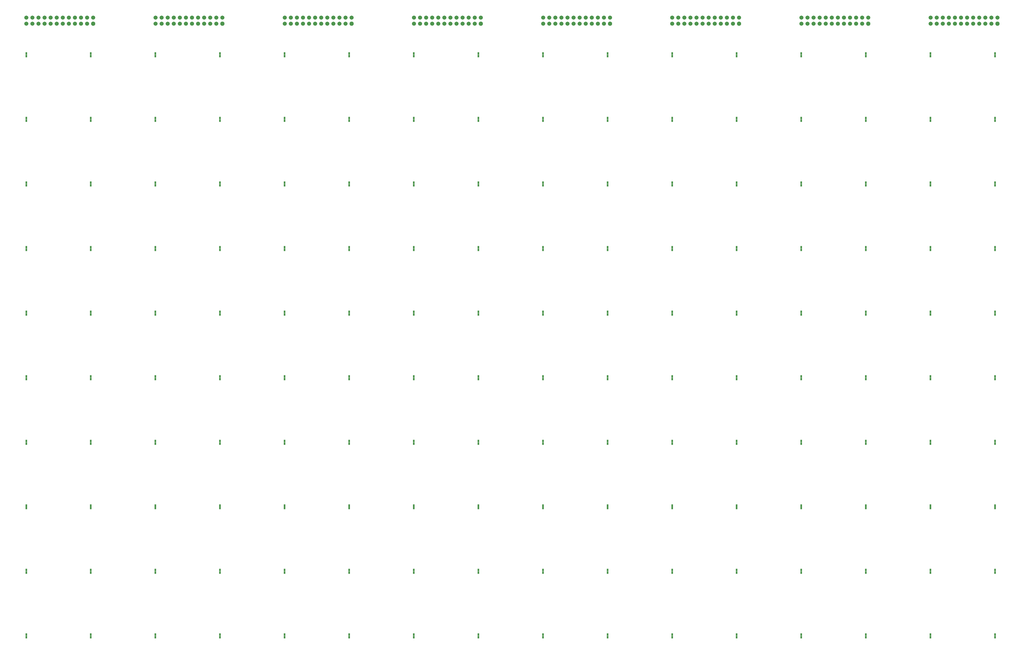
<source format=gbs>
G04 Layer_Color=16711935*
%FSLAX25Y25*%
%MOIN*%
G70*
G01*
G75*
%ADD22R,0.02926X0.03911*%
%ADD23C,0.06706*%
%ADD24P,0.07258X8X202.5*%
D22*
X53098Y1047854D02*
D03*
Y1052146D02*
D03*
X53100Y941555D02*
D03*
Y945847D02*
D03*
Y835256D02*
D03*
Y839548D02*
D03*
Y728957D02*
D03*
Y733248D02*
D03*
Y622657D02*
D03*
Y626949D02*
D03*
Y516358D02*
D03*
Y520650D02*
D03*
Y410059D02*
D03*
Y414351D02*
D03*
Y303760D02*
D03*
Y308051D02*
D03*
Y197460D02*
D03*
Y201752D02*
D03*
Y91161D02*
D03*
Y95453D02*
D03*
X159399Y91161D02*
D03*
Y95453D02*
D03*
Y197460D02*
D03*
Y201752D02*
D03*
Y303760D02*
D03*
Y308051D02*
D03*
Y410059D02*
D03*
Y414351D02*
D03*
Y516358D02*
D03*
Y520650D02*
D03*
Y622657D02*
D03*
Y626949D02*
D03*
Y728957D02*
D03*
Y733248D02*
D03*
Y835256D02*
D03*
Y839548D02*
D03*
Y941555D02*
D03*
Y945847D02*
D03*
Y1047854D02*
D03*
Y1052146D02*
D03*
X265698Y91161D02*
D03*
Y95453D02*
D03*
Y197460D02*
D03*
Y201752D02*
D03*
Y303760D02*
D03*
Y308051D02*
D03*
Y410059D02*
D03*
Y414351D02*
D03*
Y516358D02*
D03*
Y520650D02*
D03*
Y622657D02*
D03*
Y626949D02*
D03*
Y728957D02*
D03*
Y733248D02*
D03*
Y835256D02*
D03*
Y839548D02*
D03*
Y941555D02*
D03*
Y945847D02*
D03*
Y1047854D02*
D03*
Y1052146D02*
D03*
X371998Y91161D02*
D03*
Y95453D02*
D03*
Y197460D02*
D03*
Y201752D02*
D03*
Y303760D02*
D03*
Y308051D02*
D03*
Y410059D02*
D03*
Y414351D02*
D03*
Y516358D02*
D03*
Y520650D02*
D03*
Y622657D02*
D03*
Y626949D02*
D03*
Y728957D02*
D03*
Y733248D02*
D03*
Y835256D02*
D03*
Y839548D02*
D03*
Y941555D02*
D03*
Y945847D02*
D03*
Y1047854D02*
D03*
Y1052146D02*
D03*
X478297Y91161D02*
D03*
Y95453D02*
D03*
Y197460D02*
D03*
Y201752D02*
D03*
Y303760D02*
D03*
Y308051D02*
D03*
Y410059D02*
D03*
Y414351D02*
D03*
Y516358D02*
D03*
Y520650D02*
D03*
Y622657D02*
D03*
Y626949D02*
D03*
Y728957D02*
D03*
Y733248D02*
D03*
Y835256D02*
D03*
Y839548D02*
D03*
Y941555D02*
D03*
Y945847D02*
D03*
Y1047854D02*
D03*
Y1052146D02*
D03*
X584596Y91161D02*
D03*
Y95453D02*
D03*
Y197460D02*
D03*
Y201752D02*
D03*
Y303760D02*
D03*
Y308051D02*
D03*
Y410059D02*
D03*
Y414351D02*
D03*
Y516358D02*
D03*
Y520650D02*
D03*
Y622657D02*
D03*
Y626949D02*
D03*
Y728957D02*
D03*
Y733248D02*
D03*
Y835256D02*
D03*
Y839548D02*
D03*
Y941555D02*
D03*
Y945847D02*
D03*
Y1047854D02*
D03*
Y1052146D02*
D03*
X690895Y91161D02*
D03*
Y95453D02*
D03*
Y197460D02*
D03*
Y201752D02*
D03*
Y303760D02*
D03*
Y308051D02*
D03*
Y410059D02*
D03*
Y414351D02*
D03*
Y516358D02*
D03*
Y520650D02*
D03*
Y622657D02*
D03*
Y626949D02*
D03*
Y728957D02*
D03*
Y733248D02*
D03*
Y835256D02*
D03*
Y839548D02*
D03*
Y941555D02*
D03*
Y945847D02*
D03*
Y1047854D02*
D03*
Y1052146D02*
D03*
X797194Y91161D02*
D03*
Y95453D02*
D03*
Y197460D02*
D03*
Y201752D02*
D03*
Y303760D02*
D03*
Y308051D02*
D03*
Y410059D02*
D03*
Y414351D02*
D03*
Y516358D02*
D03*
Y520650D02*
D03*
Y622657D02*
D03*
Y626949D02*
D03*
Y728957D02*
D03*
Y733248D02*
D03*
Y835256D02*
D03*
Y839548D02*
D03*
Y941555D02*
D03*
Y945847D02*
D03*
Y1047854D02*
D03*
Y1052146D02*
D03*
X903494Y91161D02*
D03*
Y95453D02*
D03*
Y197460D02*
D03*
Y201752D02*
D03*
Y303760D02*
D03*
Y308051D02*
D03*
Y410059D02*
D03*
Y414351D02*
D03*
Y516358D02*
D03*
Y520650D02*
D03*
Y622657D02*
D03*
Y626949D02*
D03*
Y728957D02*
D03*
Y733248D02*
D03*
Y835256D02*
D03*
Y839548D02*
D03*
Y941555D02*
D03*
Y945847D02*
D03*
Y1047854D02*
D03*
Y1052146D02*
D03*
X1009793Y91161D02*
D03*
Y95453D02*
D03*
Y197460D02*
D03*
Y201752D02*
D03*
Y303760D02*
D03*
Y308051D02*
D03*
Y410059D02*
D03*
Y414351D02*
D03*
Y516358D02*
D03*
Y520650D02*
D03*
Y622657D02*
D03*
Y626949D02*
D03*
Y728957D02*
D03*
Y733248D02*
D03*
Y835256D02*
D03*
Y839548D02*
D03*
Y941555D02*
D03*
Y945847D02*
D03*
Y1047854D02*
D03*
Y1052146D02*
D03*
X1116092Y91161D02*
D03*
Y95453D02*
D03*
Y197460D02*
D03*
Y201752D02*
D03*
Y303760D02*
D03*
Y308051D02*
D03*
Y410059D02*
D03*
Y414351D02*
D03*
Y516358D02*
D03*
Y520650D02*
D03*
Y622657D02*
D03*
Y626949D02*
D03*
Y728957D02*
D03*
Y733248D02*
D03*
Y835256D02*
D03*
Y839548D02*
D03*
Y941555D02*
D03*
Y945847D02*
D03*
Y1047854D02*
D03*
Y1052146D02*
D03*
X1222391Y91161D02*
D03*
Y95453D02*
D03*
Y197460D02*
D03*
Y201752D02*
D03*
Y303760D02*
D03*
Y308051D02*
D03*
Y410059D02*
D03*
Y414351D02*
D03*
Y516358D02*
D03*
Y520650D02*
D03*
Y622657D02*
D03*
Y626949D02*
D03*
Y728957D02*
D03*
Y733248D02*
D03*
Y835256D02*
D03*
Y839548D02*
D03*
Y941555D02*
D03*
Y945847D02*
D03*
Y1047854D02*
D03*
Y1052146D02*
D03*
X1328691Y91161D02*
D03*
Y95453D02*
D03*
Y197460D02*
D03*
Y201752D02*
D03*
Y303760D02*
D03*
Y308051D02*
D03*
Y410059D02*
D03*
Y414351D02*
D03*
Y516358D02*
D03*
Y520650D02*
D03*
Y622657D02*
D03*
Y626949D02*
D03*
Y728957D02*
D03*
Y733248D02*
D03*
Y835256D02*
D03*
Y839548D02*
D03*
Y941555D02*
D03*
Y945847D02*
D03*
Y1047854D02*
D03*
Y1052146D02*
D03*
X1434990Y91161D02*
D03*
Y95453D02*
D03*
Y197460D02*
D03*
Y201752D02*
D03*
Y303760D02*
D03*
Y308051D02*
D03*
Y410059D02*
D03*
Y414351D02*
D03*
Y516358D02*
D03*
Y520650D02*
D03*
Y622657D02*
D03*
Y626949D02*
D03*
Y728957D02*
D03*
Y733248D02*
D03*
Y835256D02*
D03*
Y839548D02*
D03*
Y941555D02*
D03*
Y945847D02*
D03*
Y1047854D02*
D03*
Y1052146D02*
D03*
X1541289Y91161D02*
D03*
Y95453D02*
D03*
Y197460D02*
D03*
Y201752D02*
D03*
Y303760D02*
D03*
Y308051D02*
D03*
Y410059D02*
D03*
Y414351D02*
D03*
Y516358D02*
D03*
Y520650D02*
D03*
Y622657D02*
D03*
Y626949D02*
D03*
Y728957D02*
D03*
Y733248D02*
D03*
Y835256D02*
D03*
Y839548D02*
D03*
Y941555D02*
D03*
Y945847D02*
D03*
Y1047854D02*
D03*
Y1052146D02*
D03*
X1647588Y91161D02*
D03*
Y95453D02*
D03*
Y197460D02*
D03*
Y201752D02*
D03*
Y303760D02*
D03*
Y308051D02*
D03*
Y410059D02*
D03*
Y414351D02*
D03*
Y516358D02*
D03*
Y520650D02*
D03*
Y622657D02*
D03*
Y626949D02*
D03*
Y728957D02*
D03*
Y733248D02*
D03*
Y835256D02*
D03*
Y839548D02*
D03*
Y941555D02*
D03*
Y945847D02*
D03*
Y1047854D02*
D03*
Y1052146D02*
D03*
D23*
X143410Y1101220D02*
D03*
Y1111220D02*
D03*
X133410Y1101220D02*
D03*
Y1111220D02*
D03*
X123410Y1101220D02*
D03*
Y1111220D02*
D03*
X113410Y1101220D02*
D03*
Y1111220D02*
D03*
X103410Y1101220D02*
D03*
Y1111220D02*
D03*
X93410Y1101220D02*
D03*
Y1111220D02*
D03*
X83410Y1101220D02*
D03*
X53410D02*
D03*
X63410D02*
D03*
Y1111220D02*
D03*
X73410D02*
D03*
Y1101220D02*
D03*
X163410Y1111220D02*
D03*
X153410D02*
D03*
Y1101220D02*
D03*
X83410Y1111220D02*
D03*
X53410D02*
D03*
X356008Y1101220D02*
D03*
Y1111220D02*
D03*
X346008Y1101220D02*
D03*
Y1111220D02*
D03*
X336008Y1101220D02*
D03*
Y1111220D02*
D03*
X326008Y1101220D02*
D03*
Y1111220D02*
D03*
X316008Y1101220D02*
D03*
Y1111220D02*
D03*
X306008Y1101220D02*
D03*
Y1111220D02*
D03*
X296008Y1101220D02*
D03*
X266008D02*
D03*
X276008D02*
D03*
Y1111220D02*
D03*
X286008D02*
D03*
Y1101220D02*
D03*
X376008Y1111220D02*
D03*
X366008D02*
D03*
Y1101220D02*
D03*
X296008Y1111220D02*
D03*
X266008D02*
D03*
X568607Y1101220D02*
D03*
Y1111220D02*
D03*
X558607Y1101220D02*
D03*
Y1111220D02*
D03*
X548607Y1101220D02*
D03*
Y1111220D02*
D03*
X538607Y1101220D02*
D03*
Y1111220D02*
D03*
X528607Y1101220D02*
D03*
Y1111220D02*
D03*
X518607Y1101220D02*
D03*
Y1111220D02*
D03*
X508607Y1101220D02*
D03*
X478607D02*
D03*
X488607D02*
D03*
Y1111220D02*
D03*
X498607D02*
D03*
Y1101220D02*
D03*
X588607Y1111220D02*
D03*
X578607D02*
D03*
Y1101220D02*
D03*
X508607Y1111220D02*
D03*
X478607D02*
D03*
X781205Y1101220D02*
D03*
Y1111220D02*
D03*
X771205Y1101220D02*
D03*
Y1111220D02*
D03*
X761205Y1101220D02*
D03*
Y1111220D02*
D03*
X751205Y1101220D02*
D03*
Y1111220D02*
D03*
X741205Y1101220D02*
D03*
Y1111220D02*
D03*
X731205Y1101220D02*
D03*
Y1111220D02*
D03*
X721205Y1101220D02*
D03*
X691205D02*
D03*
X701205D02*
D03*
Y1111220D02*
D03*
X711205D02*
D03*
Y1101220D02*
D03*
X801205Y1111220D02*
D03*
X791205D02*
D03*
Y1101220D02*
D03*
X721205Y1111220D02*
D03*
X691205D02*
D03*
X993804Y1101220D02*
D03*
Y1111220D02*
D03*
X983804Y1101220D02*
D03*
Y1111220D02*
D03*
X973804Y1101220D02*
D03*
Y1111220D02*
D03*
X963804Y1101220D02*
D03*
Y1111220D02*
D03*
X953804Y1101220D02*
D03*
Y1111220D02*
D03*
X943804Y1101220D02*
D03*
Y1111220D02*
D03*
X933804Y1101220D02*
D03*
X903804D02*
D03*
X913804D02*
D03*
Y1111220D02*
D03*
X923804D02*
D03*
Y1101220D02*
D03*
X1013804Y1111220D02*
D03*
X1003804D02*
D03*
Y1101220D02*
D03*
X933804Y1111220D02*
D03*
X903804D02*
D03*
X1206402Y1101220D02*
D03*
Y1111220D02*
D03*
X1196402Y1101220D02*
D03*
Y1111220D02*
D03*
X1186402Y1101220D02*
D03*
Y1111220D02*
D03*
X1176402Y1101220D02*
D03*
Y1111220D02*
D03*
X1166402Y1101220D02*
D03*
Y1111220D02*
D03*
X1156402Y1101220D02*
D03*
Y1111220D02*
D03*
X1146402Y1101220D02*
D03*
X1116402D02*
D03*
X1126402D02*
D03*
Y1111220D02*
D03*
X1136402D02*
D03*
Y1101220D02*
D03*
X1226402Y1111220D02*
D03*
X1216402D02*
D03*
Y1101220D02*
D03*
X1146402Y1111220D02*
D03*
X1116402D02*
D03*
X1419001Y1101220D02*
D03*
Y1111220D02*
D03*
X1409000Y1101220D02*
D03*
Y1111220D02*
D03*
X1399000Y1101220D02*
D03*
Y1111220D02*
D03*
X1389001Y1101220D02*
D03*
Y1111220D02*
D03*
X1379000Y1101220D02*
D03*
Y1111220D02*
D03*
X1369001Y1101220D02*
D03*
Y1111220D02*
D03*
X1359000Y1101220D02*
D03*
X1329000D02*
D03*
X1339001D02*
D03*
Y1111220D02*
D03*
X1349000D02*
D03*
Y1101220D02*
D03*
X1439001Y1111220D02*
D03*
X1429000D02*
D03*
Y1101220D02*
D03*
X1359000Y1111220D02*
D03*
X1329000D02*
D03*
X1631599Y1101220D02*
D03*
Y1111220D02*
D03*
X1621599Y1101220D02*
D03*
Y1111220D02*
D03*
X1611599Y1101220D02*
D03*
Y1111220D02*
D03*
X1601599Y1101220D02*
D03*
Y1111220D02*
D03*
X1591599Y1101220D02*
D03*
Y1111220D02*
D03*
X1581599Y1101220D02*
D03*
Y1111220D02*
D03*
X1571599Y1101220D02*
D03*
X1541599D02*
D03*
X1551599D02*
D03*
Y1111220D02*
D03*
X1561599D02*
D03*
Y1101220D02*
D03*
X1651599Y1111220D02*
D03*
X1641599D02*
D03*
Y1101220D02*
D03*
X1571599Y1111220D02*
D03*
X1541599D02*
D03*
D24*
X163410Y1101220D02*
D03*
X376008D02*
D03*
X588607D02*
D03*
X801205D02*
D03*
X1013804D02*
D03*
X1226402D02*
D03*
X1439001D02*
D03*
X1651599D02*
D03*
M02*

</source>
